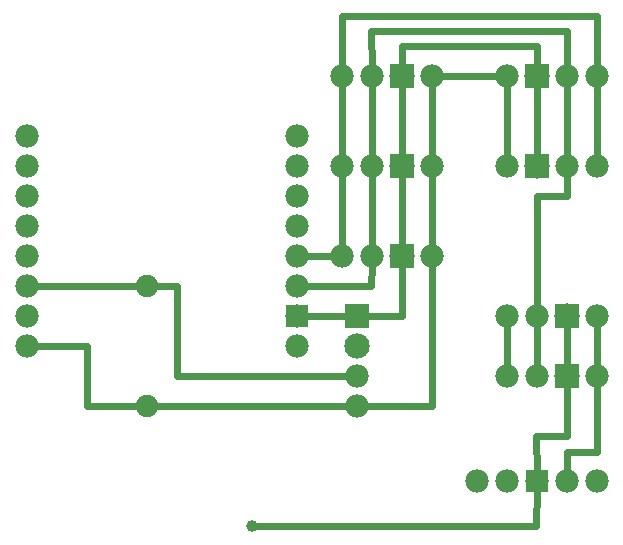
<source format=gbl>
G04 MADE WITH FRITZING*
G04 WWW.FRITZING.ORG*
G04 DOUBLE SIDED*
G04 HOLES PLATED*
G04 CONTOUR ON CENTER OF CONTOUR VECTOR*
%ASAXBY*%
%FSLAX23Y23*%
%MOIN*%
%OFA0B0*%
%SFA1.0B1.0*%
%ADD10C,0.075000*%
%ADD11C,0.078000*%
%ADD12C,0.084141*%
%ADD13C,0.077778*%
%ADD14C,0.039370*%
%ADD15R,0.084375X0.084375*%
%ADD16R,0.083333X0.083333*%
%ADD17R,0.077778X0.077778*%
%ADD18R,0.078000X0.078000*%
%ADD19C,0.024000*%
%LNCOPPER0*%
G90*
G70*
G54D10*
X805Y1246D03*
X805Y846D03*
G54D11*
X2005Y1646D03*
G54D12*
X2105Y1646D03*
G54D11*
X2205Y1646D03*
X2305Y1646D03*
X2005Y1946D03*
G54D12*
X2105Y1946D03*
G54D11*
X2205Y1946D03*
X2305Y1946D03*
X2305Y1146D03*
G54D12*
X2205Y1146D03*
G54D11*
X2105Y1146D03*
X2005Y1146D03*
X1756Y1645D03*
G54D12*
X1656Y1645D03*
G54D11*
X1556Y1645D03*
X1456Y1645D03*
X1756Y1345D03*
G54D12*
X1656Y1345D03*
G54D11*
X1556Y1345D03*
X1456Y1345D03*
X1756Y1945D03*
G54D12*
X1656Y1945D03*
G54D11*
X1556Y1945D03*
X1456Y1945D03*
X2305Y946D03*
G54D12*
X2205Y946D03*
G54D11*
X2105Y946D03*
X2005Y946D03*
X1505Y1146D03*
G54D12*
X1505Y1046D03*
G54D11*
X1505Y946D03*
X1505Y846D03*
G54D13*
X405Y1746D03*
X405Y1646D03*
X405Y1546D03*
X405Y1446D03*
X405Y1346D03*
X405Y1246D03*
X405Y1146D03*
X405Y1046D03*
X1305Y1046D03*
X1305Y1146D03*
X1305Y1246D03*
X1305Y1346D03*
X1305Y1446D03*
X1305Y1546D03*
X1305Y1646D03*
X1305Y1746D03*
G54D11*
X2305Y596D03*
X2205Y596D03*
X2105Y596D03*
X2005Y596D03*
X1905Y596D03*
G54D14*
X1155Y446D03*
G54D15*
X2106Y1646D03*
X2106Y1946D03*
X2205Y1146D03*
X1655Y1645D03*
X1655Y1345D03*
X1655Y1945D03*
X2205Y946D03*
G54D16*
X1506Y1146D03*
G54D17*
X1305Y1146D03*
G54D18*
X2105Y596D03*
G54D19*
X1656Y1614D02*
X1656Y1377D01*
D02*
X1756Y1615D02*
X1756Y1375D01*
D02*
X1556Y1615D02*
X1556Y1375D01*
D02*
X1456Y1615D02*
X1456Y1375D01*
D02*
X1456Y1915D02*
X1456Y1675D01*
D02*
X1556Y1915D02*
X1556Y1675D01*
D02*
X1656Y1914D02*
X1656Y1677D01*
D02*
X1756Y1915D02*
X1756Y1675D01*
D02*
X2105Y2045D02*
X1656Y2046D01*
D02*
X1656Y2046D02*
X1656Y1977D01*
D02*
X2105Y1978D02*
X2105Y2045D01*
D02*
X1554Y2097D02*
X1555Y1975D01*
D02*
X2206Y2097D02*
X1554Y2097D01*
D02*
X2205Y1976D02*
X2206Y2097D01*
D02*
X2105Y1678D02*
X2105Y1914D01*
D02*
X1455Y2145D02*
X1456Y1975D01*
D02*
X2305Y2145D02*
X1455Y2145D01*
D02*
X2305Y1976D02*
X2305Y2145D01*
D02*
X2005Y1676D02*
X2005Y1916D01*
D02*
X1786Y1945D02*
X1975Y1946D01*
D02*
X2205Y1676D02*
X2205Y1916D01*
D02*
X2305Y1676D02*
X2305Y1916D01*
D02*
X2105Y1546D02*
X2205Y1546D01*
D02*
X2205Y1546D02*
X2205Y1616D01*
D02*
X2105Y1176D02*
X2105Y1546D01*
D02*
X905Y946D02*
X905Y1247D01*
D02*
X905Y1247D02*
X834Y1246D01*
D02*
X1475Y946D02*
X905Y946D01*
D02*
X1475Y846D02*
X834Y846D01*
D02*
X1655Y1146D02*
X1535Y1146D01*
D02*
X1656Y1314D02*
X1655Y1146D01*
D02*
X1756Y845D02*
X1535Y846D01*
D02*
X1756Y1315D02*
X1756Y845D01*
D02*
X2305Y1116D02*
X2305Y976D01*
D02*
X2205Y1114D02*
X2205Y978D01*
D02*
X2105Y976D02*
X2105Y1116D01*
D02*
X2005Y976D02*
X2005Y1116D01*
D02*
X1554Y1247D02*
X1334Y1246D01*
D02*
X1555Y1315D02*
X1554Y1247D01*
D02*
X1426Y1345D02*
X1334Y1346D01*
D02*
X605Y845D02*
X777Y846D01*
D02*
X605Y1046D02*
X605Y845D01*
D02*
X434Y1046D02*
X605Y1046D01*
D02*
X434Y1246D02*
X777Y1246D01*
D02*
X2206Y746D02*
X2104Y746D01*
D02*
X2104Y746D02*
X2105Y626D01*
D02*
X2205Y914D02*
X2206Y746D01*
D02*
X2305Y916D02*
X2305Y694D01*
D02*
X2305Y694D02*
X2206Y694D01*
D02*
X2206Y694D02*
X2206Y626D01*
D02*
X1475Y1146D02*
X1334Y1146D01*
D02*
X1174Y446D02*
X2104Y445D01*
D02*
X2104Y445D02*
X2105Y566D01*
G04 End of Copper0*
M02*
</source>
